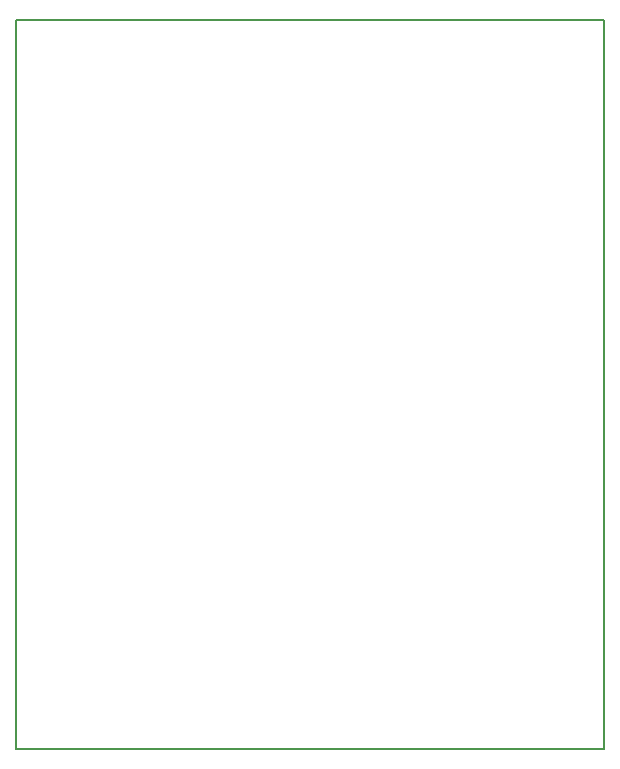
<source format=gto>
G04 MADE WITH FRITZING*
G04 WWW.FRITZING.ORG*
G04 DOUBLE SIDED*
G04 HOLES PLATED*
G04 CONTOUR ON CENTER OF CONTOUR VECTOR*
%ASAXBY*%
%FSLAX23Y23*%
%MOIN*%
%OFA0B0*%
%SFA1.0B1.0*%
%ADD10R,1.968500X2.440940X1.952500X2.424940*%
%ADD11C,0.008000*%
%LNSILK1*%
G90*
G70*
G54D11*
X4Y2437D02*
X1965Y2437D01*
X1965Y4D01*
X4Y4D01*
X4Y2437D01*
D02*
G04 End of Silk1*
M02*
</source>
